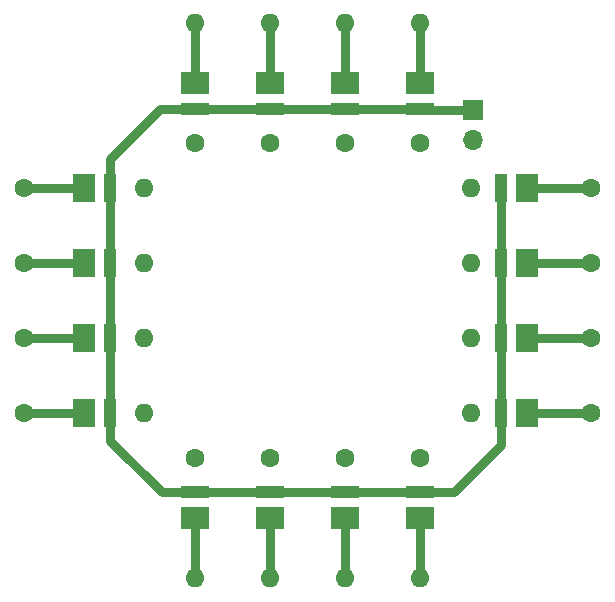
<source format=gbr>
%TF.GenerationSoftware,KiCad,Pcbnew,(5.1.6)-1*%
%TF.CreationDate,2020-10-17T14:01:34-04:00*%
%TF.ProjectId,KiCAD PCB,4b694341-4420-4504-9342-2e6b69636164,rev?*%
%TF.SameCoordinates,Original*%
%TF.FileFunction,Copper,L1,Top*%
%TF.FilePolarity,Positive*%
%FSLAX46Y46*%
G04 Gerber Fmt 4.6, Leading zero omitted, Abs format (unit mm)*
G04 Created by KiCad (PCBNEW (5.1.6)-1) date 2020-10-17 14:01:34*
%MOMM*%
%LPD*%
G01*
G04 APERTURE LIST*
%TA.AperFunction,ComponentPad*%
%ADD10O,1.600000X1.600000*%
%TD*%
%TA.AperFunction,ComponentPad*%
%ADD11C,1.600000*%
%TD*%
%TA.AperFunction,SMDPad,CuDef*%
%ADD12R,1.030000X2.400000*%
%TD*%
%TA.AperFunction,SMDPad,CuDef*%
%ADD13R,1.980000X2.400000*%
%TD*%
%TA.AperFunction,SMDPad,CuDef*%
%ADD14R,2.400000X1.030000*%
%TD*%
%TA.AperFunction,SMDPad,CuDef*%
%ADD15R,2.400000X1.980000*%
%TD*%
%TA.AperFunction,ComponentPad*%
%ADD16O,1.700000X1.700000*%
%TD*%
%TA.AperFunction,ComponentPad*%
%ADD17R,1.700000X1.700000*%
%TD*%
%TA.AperFunction,Conductor*%
%ADD18C,0.250000*%
%TD*%
%TA.AperFunction,Conductor*%
%ADD19C,0.750000*%
%TD*%
G04 APERTURE END LIST*
D10*
%TO.P,R16,2*%
%TO.N,Net-(BT1-Pad2)*%
X131953000Y-96520000D03*
D11*
%TO.P,R16,1*%
%TO.N,Net-(D16-Pad1)*%
X142113000Y-96520000D03*
%TD*%
D10*
%TO.P,R15,2*%
%TO.N,Net-(BT1-Pad2)*%
X131953000Y-90170000D03*
D11*
%TO.P,R15,1*%
%TO.N,Net-(D15-Pad1)*%
X142113000Y-90170000D03*
%TD*%
D10*
%TO.P,R14,2*%
%TO.N,Net-(BT1-Pad2)*%
X131953000Y-83820000D03*
D11*
%TO.P,R14,1*%
%TO.N,Net-(D14-Pad1)*%
X142113000Y-83820000D03*
%TD*%
D10*
%TO.P,R13,2*%
%TO.N,Net-(BT1-Pad2)*%
X131953000Y-77470000D03*
D11*
%TO.P,R13,1*%
%TO.N,Net-(D13-Pad1)*%
X142113000Y-77470000D03*
%TD*%
D10*
%TO.P,R12,2*%
%TO.N,Net-(D12-Pad1)*%
X127635000Y-110490000D03*
D11*
%TO.P,R12,1*%
%TO.N,Net-(BT1-Pad2)*%
X127635000Y-100330000D03*
%TD*%
D10*
%TO.P,R11,2*%
%TO.N,Net-(D11-Pad1)*%
X127635000Y-63500000D03*
D11*
%TO.P,R11,1*%
%TO.N,Net-(BT1-Pad2)*%
X127635000Y-73660000D03*
%TD*%
D10*
%TO.P,R10,2*%
%TO.N,Net-(D10-Pad1)*%
X121285000Y-110490000D03*
D11*
%TO.P,R10,1*%
%TO.N,Net-(BT1-Pad2)*%
X121285000Y-100330000D03*
%TD*%
D10*
%TO.P,R9,2*%
%TO.N,Net-(D9-Pad1)*%
X121285000Y-63500000D03*
D11*
%TO.P,R9,1*%
%TO.N,Net-(BT1-Pad2)*%
X121285000Y-73660000D03*
%TD*%
D10*
%TO.P,R8,2*%
%TO.N,Net-(D8-Pad1)*%
X114935000Y-110490000D03*
D11*
%TO.P,R8,1*%
%TO.N,Net-(BT1-Pad2)*%
X114935000Y-100330000D03*
%TD*%
D10*
%TO.P,R7,2*%
%TO.N,Net-(D7-Pad1)*%
X114935000Y-63500000D03*
D11*
%TO.P,R7,1*%
%TO.N,Net-(BT1-Pad2)*%
X114935000Y-73660000D03*
%TD*%
D10*
%TO.P,R6,2*%
%TO.N,Net-(D6-Pad1)*%
X108585000Y-110490000D03*
D11*
%TO.P,R6,1*%
%TO.N,Net-(BT1-Pad2)*%
X108585000Y-100330000D03*
%TD*%
D10*
%TO.P,R5,2*%
%TO.N,Net-(D5-Pad1)*%
X108585000Y-63500000D03*
D11*
%TO.P,R5,1*%
%TO.N,Net-(BT1-Pad2)*%
X108585000Y-73660000D03*
%TD*%
D10*
%TO.P,R4,2*%
%TO.N,Net-(BT1-Pad2)*%
X104267000Y-96520000D03*
D11*
%TO.P,R4,1*%
%TO.N,Net-(D4-Pad1)*%
X94107000Y-96520000D03*
%TD*%
D10*
%TO.P,R3,2*%
%TO.N,Net-(BT1-Pad2)*%
X104267000Y-90170000D03*
D11*
%TO.P,R3,1*%
%TO.N,Net-(D3-Pad1)*%
X94107000Y-90170000D03*
%TD*%
D10*
%TO.P,R2,2*%
%TO.N,Net-(BT1-Pad2)*%
X104267000Y-83820000D03*
D11*
%TO.P,R2,1*%
%TO.N,Net-(D2-Pad1)*%
X94107000Y-83820000D03*
%TD*%
D10*
%TO.P,R1,2*%
%TO.N,Net-(BT1-Pad2)*%
X104267000Y-77470000D03*
D11*
%TO.P,R1,1*%
%TO.N,Net-(D1-Pad1)*%
X94107000Y-77470000D03*
%TD*%
D12*
%TO.P,D16,2*%
%TO.N,Net-(BT1-Pad1)*%
X134493000Y-96520000D03*
D13*
%TO.P,D16,1*%
%TO.N,Net-(D16-Pad1)*%
X136698000Y-96520000D03*
%TD*%
D12*
%TO.P,D15,2*%
%TO.N,Net-(BT1-Pad1)*%
X134493000Y-90170000D03*
D13*
%TO.P,D15,1*%
%TO.N,Net-(D15-Pad1)*%
X136698000Y-90170000D03*
%TD*%
D12*
%TO.P,D14,2*%
%TO.N,Net-(BT1-Pad1)*%
X134493000Y-83820000D03*
D13*
%TO.P,D14,1*%
%TO.N,Net-(D14-Pad1)*%
X136698000Y-83820000D03*
%TD*%
D12*
%TO.P,D13,2*%
%TO.N,Net-(BT1-Pad1)*%
X134493000Y-77470000D03*
D13*
%TO.P,D13,1*%
%TO.N,Net-(D13-Pad1)*%
X136698000Y-77470000D03*
%TD*%
D14*
%TO.P,D12,2*%
%TO.N,Net-(BT1-Pad1)*%
X127635000Y-103205000D03*
D15*
%TO.P,D12,1*%
%TO.N,Net-(D12-Pad1)*%
X127635000Y-105410000D03*
%TD*%
D14*
%TO.P,D11,2*%
%TO.N,Net-(BT1-Pad1)*%
X127635000Y-70785000D03*
D15*
%TO.P,D11,1*%
%TO.N,Net-(D11-Pad1)*%
X127635000Y-68580000D03*
%TD*%
D14*
%TO.P,D10,2*%
%TO.N,Net-(BT1-Pad1)*%
X121285000Y-103205000D03*
D15*
%TO.P,D10,1*%
%TO.N,Net-(D10-Pad1)*%
X121285000Y-105410000D03*
%TD*%
D14*
%TO.P,D9,2*%
%TO.N,Net-(BT1-Pad1)*%
X121285000Y-70785000D03*
D15*
%TO.P,D9,1*%
%TO.N,Net-(D9-Pad1)*%
X121285000Y-68580000D03*
%TD*%
D14*
%TO.P,D8,2*%
%TO.N,Net-(BT1-Pad1)*%
X114935000Y-103205000D03*
D15*
%TO.P,D8,1*%
%TO.N,Net-(D8-Pad1)*%
X114935000Y-105410000D03*
%TD*%
D14*
%TO.P,D7,2*%
%TO.N,Net-(BT1-Pad1)*%
X114935000Y-70785000D03*
D15*
%TO.P,D7,1*%
%TO.N,Net-(D7-Pad1)*%
X114935000Y-68580000D03*
%TD*%
D14*
%TO.P,D6,2*%
%TO.N,Net-(BT1-Pad1)*%
X108585000Y-103205000D03*
D15*
%TO.P,D6,1*%
%TO.N,Net-(D6-Pad1)*%
X108585000Y-105410000D03*
%TD*%
D14*
%TO.P,D5,2*%
%TO.N,Net-(BT1-Pad1)*%
X108585000Y-70785000D03*
D15*
%TO.P,D5,1*%
%TO.N,Net-(D5-Pad1)*%
X108585000Y-68580000D03*
%TD*%
D12*
%TO.P,D4,2*%
%TO.N,Net-(BT1-Pad1)*%
X101392000Y-96520000D03*
D13*
%TO.P,D4,1*%
%TO.N,Net-(D4-Pad1)*%
X99187000Y-96520000D03*
%TD*%
D12*
%TO.P,D3,2*%
%TO.N,Net-(BT1-Pad1)*%
X101392000Y-90170000D03*
D13*
%TO.P,D3,1*%
%TO.N,Net-(D3-Pad1)*%
X99187000Y-90170000D03*
%TD*%
D12*
%TO.P,D2,2*%
%TO.N,Net-(BT1-Pad1)*%
X101392000Y-83820000D03*
D13*
%TO.P,D2,1*%
%TO.N,Net-(D2-Pad1)*%
X99187000Y-83820000D03*
%TD*%
D12*
%TO.P,D1,2*%
%TO.N,Net-(BT1-Pad1)*%
X101392000Y-77470000D03*
D13*
%TO.P,D1,1*%
%TO.N,Net-(D1-Pad1)*%
X99187000Y-77470000D03*
%TD*%
D16*
%TO.P,BT1,2*%
%TO.N,Net-(BT1-Pad2)*%
X132080000Y-73406000D03*
D17*
%TO.P,BT1,1*%
%TO.N,Net-(BT1-Pad1)*%
X132080000Y-70866000D03*
%TD*%
D18*
%TO.N,Net-(BT1-Pad1)*%
X134493000Y-96520000D02*
X134493000Y-96855000D01*
D19*
X127635000Y-70785000D02*
X108585000Y-70785000D01*
X101392000Y-77470000D02*
X101392000Y-96520000D01*
X134493000Y-96520000D02*
X134493000Y-77470000D01*
X134493000Y-76899998D02*
X134493000Y-77470000D01*
X101392000Y-77470000D02*
X101392000Y-74976000D01*
X105583000Y-70785000D02*
X108585000Y-70785000D01*
X101392000Y-74976000D02*
X105583000Y-70785000D01*
X101392000Y-96520000D02*
X101392000Y-98852000D01*
X105745000Y-103205000D02*
X108585000Y-103205000D01*
X101392000Y-98852000D02*
X105745000Y-103205000D01*
X108585000Y-103205000D02*
X127635000Y-103205000D01*
X127635000Y-103205000D02*
X130475000Y-103205000D01*
X134493000Y-99187000D02*
X134493000Y-96520000D01*
X130475000Y-103205000D02*
X134493000Y-99187000D01*
X127716000Y-70866000D02*
X127635000Y-70785000D01*
X132080000Y-70866000D02*
X127716000Y-70866000D01*
%TO.N,Net-(D1-Pad1)*%
X94107000Y-77470000D02*
X99187000Y-77470000D01*
%TO.N,Net-(D2-Pad1)*%
X94107000Y-83820000D02*
X99187000Y-83820000D01*
%TO.N,Net-(D3-Pad1)*%
X94107000Y-90170000D02*
X99187000Y-90170000D01*
%TO.N,Net-(D4-Pad1)*%
X94107000Y-96520000D02*
X99187000Y-96520000D01*
%TO.N,Net-(D5-Pad1)*%
X108585000Y-63500000D02*
X108585000Y-68580000D01*
%TO.N,Net-(D6-Pad1)*%
X108585000Y-110490000D02*
X108585000Y-105410000D01*
%TO.N,Net-(D7-Pad1)*%
X114935000Y-63500000D02*
X114935000Y-68580000D01*
%TO.N,Net-(D8-Pad1)*%
X114935000Y-110490000D02*
X114935000Y-105410000D01*
%TO.N,Net-(D9-Pad1)*%
X121285000Y-63500000D02*
X121285000Y-68580000D01*
%TO.N,Net-(D10-Pad1)*%
X121285000Y-110490000D02*
X121285000Y-105410000D01*
%TO.N,Net-(D11-Pad1)*%
X127635000Y-63500000D02*
X127635000Y-68580000D01*
%TO.N,Net-(D12-Pad1)*%
X127635000Y-110490000D02*
X127635000Y-105410000D01*
%TO.N,Net-(D13-Pad1)*%
X142113000Y-77470000D02*
X136698000Y-77470000D01*
%TO.N,Net-(D14-Pad1)*%
X142113000Y-83820000D02*
X136698000Y-83820000D01*
%TO.N,Net-(D15-Pad1)*%
X142113000Y-90170000D02*
X136698000Y-90170000D01*
%TO.N,Net-(D16-Pad1)*%
X142113000Y-96520000D02*
X136698000Y-96520000D01*
%TD*%
M02*

</source>
